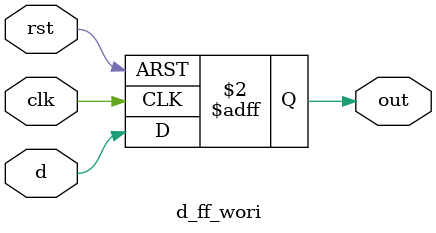
<source format=v>
module d_ff_wori(clk , rst , d, out);
input clk , rst , d;
output reg out;

always @(posedge clk or posedge rst)
begin

if (rst)
begin
out <= 0;
end

else
begin
out <= d;
end

end
endmodule

</source>
